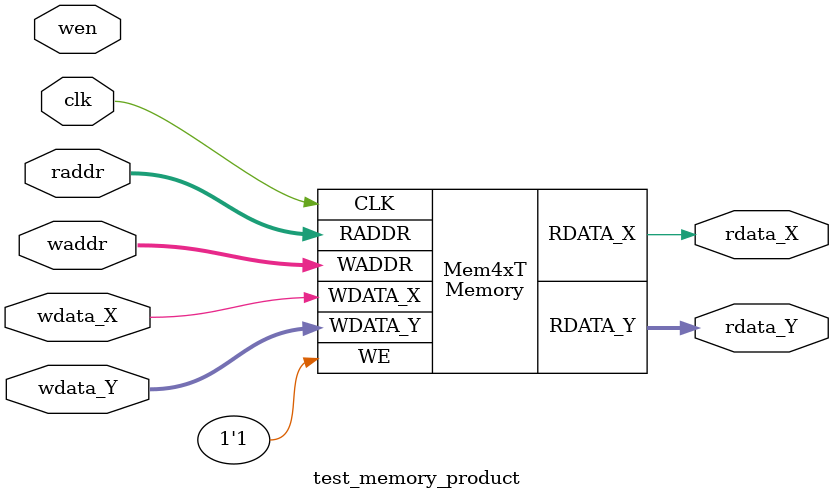
<source format=v>
module coreir_mem #(
    parameter has_init = 1'b0,
    parameter sync_read = 1'b0,
    parameter depth = 1,
    parameter width = 1,
    parameter [(width * depth) - 1:0] init = 0
) (
    input clk,
    input [width-1:0] wdata,
    input [$clog2(depth)-1:0] waddr,
    input wen,
    output [width-1:0] rdata,
    input [$clog2(depth)-1:0] raddr
);
  reg [width-1:0] data [depth-1:0];
  generate if (has_init) begin
    genvar j;
    for (j = 0; j < depth; j = j + 1) begin
      initial begin
        data[j] = init[(j+1)*width-1:j*width];
      end
    end
  end
  endgenerate
  always @(posedge clk) begin
    if (wen) begin
      data[waddr] <= wdata;
    end
  end
  generate if (sync_read) begin
  reg [width-1:0] rdata_reg;
  always @(posedge clk) begin
    rdata_reg <= data[raddr];
  end
  assign rdata = rdata_reg;
  end else begin
  assign rdata = data[raddr];
  end
  endgenerate

endmodule

module Memory (
    input CLK,
    input [1:0] RADDR,
    output RDATA_X,
    output [4:0] RDATA_Y,
    input [1:0] WADDR,
    input WDATA_X,
    input [4:0] WDATA_Y,
    input WE
);
wire [5:0] coreir_mem_rdata;
wire [5:0] coreir_mem_wdata;
assign coreir_mem_wdata = {WDATA_Y,WDATA_X};
coreir_mem #(
    .depth(4),
    .has_init(1'b0),
    .sync_read(1'b0),
    .width(6)
) coreir_mem (
    .clk(CLK),
    .wdata(coreir_mem_wdata),
    .waddr(WADDR),
    .wen(WE),
    .rdata(coreir_mem_rdata),
    .raddr(RADDR)
);
assign RDATA_X = coreir_mem_rdata[0];
assign RDATA_Y = {coreir_mem_rdata[5],coreir_mem_rdata[4],coreir_mem_rdata[3],coreir_mem_rdata[2],coreir_mem_rdata[1]};
endmodule

module test_memory_product (
    input clk,
    input [1:0] raddr,
    output rdata_X,
    output [4:0] rdata_Y,
    input [1:0] waddr,
    input wdata_X,
    input [4:0] wdata_Y,
    input wen
);
Memory Mem4xT (
    .CLK(clk),
    .RADDR(raddr),
    .RDATA_X(rdata_X),
    .RDATA_Y(rdata_Y),
    .WADDR(waddr),
    .WDATA_X(wdata_X),
    .WDATA_Y(wdata_Y),
    .WE(1'b1)
);
endmodule


</source>
